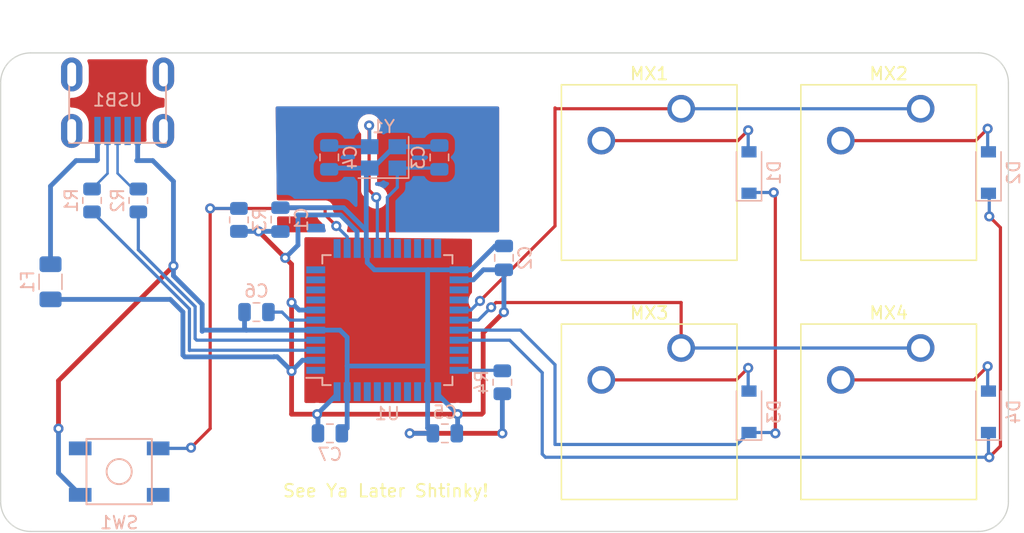
<source format=kicad_pcb>
(kicad_pcb (version 20211014) (generator pcbnew)
  (layers (0 "F.Cu" signal) (31 "B.Cu" signal) (34 "B.Paste" user) (35 "F.Paste" user) (36 "B.SilkS" user "B.Silkscreen") (37 "F.SilkS" user "F.Silkscreen") (38 "B.Mask" user) (39 "F.Mask" user) (44 "Edge.Cuts" user))
  (net 0 "")
  (net 1 "+5V")
  (net 2 "GND")
  (net 3 "Net-(C3-Pad2)")
  (net 4 "Net-(C4-Pad2)")
  (net 5 "Net-(C6-Pad1)")
  (net 6 "ROW0")
  (net 7 "Net-(D1-Pad2)")
  (net 8 "ROW1")
  (net 9 "Net-(D2-Pad2)")
  (net 10 "Net-(D3-Pad2)")
  (net 11 "Net-(D4-Pad2)")
  (net 12 "VCC")
  (net 13 "COL0")
  (net 14 "COL1")
  (net 15 "D-")
  (net 16 "Net-(R1-Pad2)")
  (net 17 "D+")
  (net 18 "Net-(R2-Pad2)")
  (net 19 "Net-(R3-Pad2)")
  (net 20 "Net-(R4-Pad1)")
  (footprint "Button_Switch_Keyboard:SW_Cherry_MX_1.00u_PCB" (layer "F.Cu") (at 100.965 148.9075)
    (fp_text reference "MX4" (at -2.54 -2.794) (layer "F.SilkS"))
    (fp_text value "MX-NoLED")
    (fp_line (start -9.525 12.065) (end -9.525 -1.905) (layer "F.SilkS") (width 0.12))
    (fp_line (start -9.525 -1.905) (end 4.445 -1.905) (layer "F.SilkS") (width 0.12))
    (fp_line (start 4.445 -1.905) (end 4.445 12.065) (layer "F.SilkS") (width 0.12))
    (fp_line (start 4.445 12.065) (end -9.525 12.065) (layer "F.SilkS") (width 0.12))
    (pad "" np_thru_hole circle (at 2.54 5.08) (size 1.7 1.7) (drill 1.7) (layers *.Cu *.Mask))
    (pad "" np_thru_hole circle (at -7.62 5.08) (size 1.7 1.7) (drill 1.7) (layers *.Cu *.Mask))
    (pad "" np_thru_hole circle (at -2.54 5.08) (size 4 4) (drill 4) (layers *.Cu *.Mask))
    (pad "1" thru_hole circle (at 0 0) (size 2.2 2.2) (drill 1.5) (layers *.Cu *.Mask) (net 14 "COL1"))
    (pad "2" thru_hole circle (at -6.35 2.54) (size 2.2 2.2) (drill 1.5) (layers *.Cu *.Mask) (net 11 "Net-(D4-Pad2)"))
  )
  (footprint "Button_Switch_Keyboard:SW_Cherry_MX_1.00u_PCB" (layer "F.Cu") (at 81.915 148.9075)
    (fp_text reference "MX3" (at -2.54 -2.794) (layer "F.SilkS"))
    (fp_text value "MX-NoLED")
    (fp_line (start 4.445 12.065) (end -9.525 12.065) (layer "F.SilkS") (width 0.12))
    (fp_line (start -9.525 -1.905) (end 4.445 -1.905) (layer "F.SilkS") (width 0.12))
    (fp_line (start -9.525 12.065) (end -9.525 -1.905) (layer "F.SilkS") (width 0.12))
    (fp_line (start 4.445 -1.905) (end 4.445 12.065) (layer "F.SilkS") (width 0.12))
    (pad "" np_thru_hole circle (at -7.62 5.08) (size 1.7 1.7) (drill 1.7) (layers *.Cu *.Mask))
    (pad "" np_thru_hole circle (at 2.54 5.08) (size 1.7 1.7) (drill 1.7) (layers *.Cu *.Mask))
    (pad "" np_thru_hole circle (at -2.54 5.08) (size 4 4) (drill 4) (layers *.Cu *.Mask))
    (pad "1" thru_hole circle (at 0 0) (size 2.2 2.2) (drill 1.5) (layers *.Cu *.Mask) (net 14 "COL1"))
    (pad "2" thru_hole circle (at -6.35 2.54) (size 2.2 2.2) (drill 1.5) (layers *.Cu *.Mask) (net 10 "Net-(D3-Pad2)"))
  )
  (footprint "Button_Switch_Keyboard:SW_Cherry_MX_1.00u_PCB" (layer "F.Cu") (at 81.915 129.8575)
    (fp_text reference "MX1" (at -2.54 -2.794) (layer "F.SilkS"))
    (fp_text value "MX-NoLED")
    (fp_line (start -9.525 -1.905) (end 4.445 -1.905) (layer "F.SilkS") (width 0.12))
    (fp_line (start -9.525 12.065) (end -9.525 -1.905) (layer "F.SilkS") (width 0.12))
    (fp_line (start 4.445 -1.905) (end 4.445 12.065) (layer "F.SilkS") (width 0.12))
    (fp_line (start 4.445 12.065) (end -9.525 12.065) (layer "F.SilkS") (width 0.12))
    (pad "" np_thru_hole circle (at 2.54 5.08) (size 1.7 1.7) (drill 1.7) (layers *.Cu *.Mask))
    (pad "" np_thru_hole circle (at -2.54 5.08) (size 4 4) (drill 4) (layers *.Cu *.Mask))
    (pad "" np_thru_hole circle (at -7.62 5.08) (size 1.7 1.7) (drill 1.7) (layers *.Cu *.Mask))
    (pad "1" thru_hole circle (at 0 0) (size 2.2 2.2) (drill 1.5) (layers *.Cu *.Mask) (net 13 "COL0"))
    (pad "2" thru_hole circle (at -6.35 2.54) (size 2.2 2.2) (drill 1.5) (layers *.Cu *.Mask) (net 7 "Net-(D1-Pad2)"))
  )
  (footprint "Button_Switch_Keyboard:SW_Cherry_MX_1.00u_PCB" (layer "F.Cu") (at 100.965 129.8575)
    (fp_text reference "MX2" (at -2.54 -2.794) (layer "F.SilkS"))
    (fp_text value "MX-NoLED")
    (fp_line (start 4.445 -1.905) (end 4.445 12.065) (layer "F.SilkS") (width 0.12))
    (fp_line (start -9.525 12.065) (end -9.525 -1.905) (layer "F.SilkS") (width 0.12))
    (fp_line (start -9.525 -1.905) (end 4.445 -1.905) (layer "F.SilkS") (width 0.12))
    (fp_line (start 4.445 12.065) (end -9.525 12.065) (layer "F.SilkS") (width 0.12))
    (pad "" np_thru_hole circle (at -2.54 5.08) (size 4 4) (drill 4) (layers *.Cu *.Mask))
    (pad "" np_thru_hole circle (at -7.62 5.08) (size 1.7 1.7) (drill 1.7) (layers *.Cu *.Mask))
    (pad "" np_thru_hole circle (at 2.54 5.08) (size 1.7 1.7) (drill 1.7) (layers *.Cu *.Mask))
    (pad "1" thru_hole circle (at 0 0) (size 2.2 2.2) (drill 1.5) (layers *.Cu *.Mask) (net 13 "COL0"))
    (pad "2" thru_hole circle (at -6.35 2.54) (size 2.2 2.2) (drill 1.5) (layers *.Cu *.Mask) (net 9 "Net-(D2-Pad2)"))
  )
  (footprint "random-keyboard-parts:SKQG-1155865" (layer "B.Cu") (at 37.211 158.75 180)
    (fp_text reference "SW1" (at 0 -4.064) (layer "B.SilkS") (effects (justify mirror)))
    (fp_text value "SW_Push")
    (fp_line (start -2.6 2.6) (end 2.6 2.6) (layer "B.SilkS") (width 0.15))
    (fp_line (start 2.6 2.6) (end 2.6 -2.6) (layer "B.SilkS") (width 0.15))
    (fp_line (start -2.6 -2.6) (end -2.6 2.6) (layer "B.SilkS") (width 0.15))
    (fp_line (start 2.6 -2.6) (end -2.6 -2.6) (layer "B.SilkS") (width 0.15))
    (fp_circle (center 0 0) (end 1 0) (layer "B.SilkS") (width 0.15) (fill none))
    (pad "1" smd rect locked (at 3.1 -1.85 180) (size 1.8 1.1) (layers "B.Cu" "B.Paste" "B.Mask") (net 2 "GND"))
    (pad "2" smd rect locked (at -3.1 1.85 180) (size 1.8 1.1) (layers "B.Cu" "B.Paste" "B.Mask") (net 19 "Net-(R3-Pad2)"))
    (pad "3" smd rect locked (at 3.1 1.85 180) (size 1.8 1.1) (layers "B.Cu" "B.Paste" "B.Mask"))
    (pad "4" smd rect locked (at -3.1 -1.85 180) (size 1.8 1.1) (layers "B.Cu" "B.Paste" "B.Mask"))
  )
  (footprint "Resistor_SMD:R_0805_2012Metric" (layer "B.Cu") (at 35.052 137.16 -90)
    (fp_text reference "R1" (at 0 1.65 90) (layer "B.SilkS") (effects (justify mirror)))
    (fp_text value "22")
    (fp_line (start -0.227064 -0.735) (end 0.227064 -0.735) (layer "B.SilkS") (width 0.12))
    (fp_line (start -0.227064 0.735) (end 0.227064 0.735) (layer "B.SilkS") (width 0.12))
    (pad "1" smd roundrect (at -0.9125 0 270) (size 1.025 1.4) (layers "B.Cu" "B.Paste" "B.Mask") (roundrect_rratio 0.243902439) (net 15 "D-"))
    (pad "2" smd roundrect (at 0.9125 0 270) (size 1.025 1.4) (layers "B.Cu" "B.Paste" "B.Mask") (roundrect_rratio 0.243902439) (net 16 "Net-(R1-Pad2)"))
  )
  (footprint "Capacitor_SMD:C_0805_2012Metric" (layer "B.Cu") (at 62.6825 133.731 -90)
    (fp_text reference "C3" (at 0 1.68 90) (layer "B.SilkS") (effects (justify mirror)))
    (fp_text value "22pF")
    (fp_line (start -0.261252 0.735) (end 0.261252 0.735) (layer "B.SilkS") (width 0.12))
    (fp_line (start -0.261252 -0.735) (end 0.261252 -0.735) (layer "B.SilkS") (width 0.12))
    (pad "1" smd roundrect (at -0.95 0 270) (size 1 1.45) (layers "B.Cu" "B.Paste" "B.Mask") (net 2 "GND"))
    (pad "2" smd roundrect (at 0.95 0 270) (size 1 1.45) (layers "B.Cu" "B.Paste" "B.Mask") (net 3 "Net-(C3-Pad2)"))
  )
  (footprint "Capacitor_SMD:C_0805_2012Metric" (layer "B.Cu") (at 53.9195 133.731 90)
    (fp_text reference "C4" (at 0 1.68 90) (layer "B.SilkS") (effects (justify mirror)))
    (fp_text value "22pF")
    (fp_line (start -0.261252 0.735) (end 0.261252 0.735) (layer "B.SilkS") (width 0.12))
    (fp_line (start -0.261252 -0.735) (end 0.261252 -0.735) (layer "B.SilkS") (width 0.12))
    (pad "1" smd roundrect (at -0.95 0 90) (size 1 1.45) (layers "B.Cu" "B.Paste" "B.Mask") (net 2 "GND"))
    (pad "2" smd roundrect (at 0.95 0 90) (size 1 1.45) (layers "B.Cu" "B.Paste" "B.Mask") (net 4 "Net-(C4-Pad2)"))
  )
  (footprint "random-keyboard-parts:Molex-0548190589" (layer "B.Cu") (at 37.084 127.127 -90)
    (fp_text reference "USB1" (at 2.032 0) (layer "B.SilkS") (effects (justify mirror)))
    (fp_text value "Molex-0548190589")
    (fp_line (start 5.45 3.85) (end 5.45 -3.85) (layer "B.SilkS") (width 0.15))
    (fp_line (start 0 -3.85) (end 5.45 -3.85) (layer "B.SilkS") (width 0.15))
    (fp_line (start 0 3.85) (end 5.45 3.85) (layer "B.SilkS") (width 0.15))
    (pad "1" smd rect locked (at 4.5 -1.6 270) (size 2.25 0.5) (layers "B.Cu" "B.Paste" "B.Mask") (net 2 "GND"))
    (pad "2" smd rect locked (at 4.5 -0.8 270) (size 2.25 0.5) (layers "B.Cu" "B.Paste" "B.Mask"))
    (pad "3" smd rect locked (at 4.5 0 270) (size 2.25 0.5) (layers "B.Cu" "B.Paste" "B.Mask") (net 17 "D+"))
    (pad "4" smd rect locked (at 4.5 0.8 270) (size 2.25 0.5) (layers "B.Cu" "B.Paste" "B.Mask") (net 15 "D-"))
    (pad "5" smd rect locked (at 4.5 1.6 270) (size 2.25 0.5) (layers "B.Cu" "B.Paste" "B.Mask") (net 12 "VCC"))
    (pad "6" thru_hole oval locked (at 4.5 -3.65 270) (size 2.7 1.7) (drill oval 1.9 0.7) (layers *.Cu *.Mask))
    (pad "6" thru_hole oval locked (at 0 3.65 270) (size 2.7 1.7) (drill oval 1.9 0.7) (layers *.Cu *.Mask))
    (pad "6" thru_hole oval locked (at 0 -3.65 270) (size 2.7 1.7) (drill oval 1.9 0.7) (layers *.Cu *.Mask))
    (pad "6" thru_hole oval locked (at 4.5 3.65 270) (size 2.7 1.7) (drill oval 1.9 0.7) (layers *.Cu *.Mask))
  )
  (footprint "Capacitor_SMD:C_0805_2012Metric" (layer "B.Cu") (at 48.133 146.05 180)
    (fp_text reference "C6" (at 0 1.68) (layer "B.SilkS") (effects (justify mirror)))
    (fp_text value "1uF")
    (fp_line (start -0.261252 -0.735) (end 0.261252 -0.735) (layer "B.SilkS") (width 0.12))
    (fp_line (start -0.261252 0.735) (end 0.261252 0.735) (layer "B.SilkS") (width 0.12))
    (pad "1" smd roundrect (at -0.95 0 180) (size 1 1.45) (layers "B.Cu" "B.Paste" "B.Mask") (net 5 "Net-(C6-Pad1)"))
    (pad "2" smd roundrect (at 0.95 0 180) (size 1 1.45) (layers "B.Cu" "B.Paste" "B.Mask") (net 2 "GND"))
  )
  (footprint "Resistor_SMD:R_0805_2012Metric" (layer "B.Cu") (at 38.735 137.16 -90)
    (fp_text reference "R2" (at 0 1.65 90) (layer "B.SilkS") (effects (justify mirror)))
    (fp_text value "22")
    (fp_line (start -0.227064 0.735) (end 0.227064 0.735) (layer "B.SilkS") (width 0.12))
    (fp_line (start -0.227064 -0.735) (end 0.227064 -0.735) (layer "B.SilkS") (width 0.12))
    (pad "1" smd roundrect (at -0.9125 0 270) (size 1.025 1.4) (layers "B.Cu" "B.Paste" "B.Mask") (roundrect_rratio 0.243902439) (net 17 "D+"))
    (pad "2" smd roundrect (at 0.9125 0 270) (size 1.025 1.4) (layers "B.Cu" "B.Paste" "B.Mask") (roundrect_rratio 0.243902439) (net 18 "Net-(R2-Pad2)"))
  )
  (footprint "Package_QFP:TQFP-44_10x10mm_P0.8mm" (layer "B.Cu") (at 58.547 146.685)
    (fp_text reference "U1" (at 0 7.45) (layer "B.SilkS") (effects (justify mirror)))
    (fp_text value "ATmega32U4-A")
    (fp_line (start -5.175 4.6) (end -6.45 4.6) (layer "B.SilkS") (width 0.15))
    (fp_line (start -5.175 5.175) (end -5.175 4.6) (layer "B.SilkS") (width 0.15))
    (fp_line (start 5.175 -5.175) (end 5.175 -4.5) (layer "B.SilkS") (width 0.15))
    (fp_line (start -5.175 -5.175) (end -5.175 -4.5) (layer "B.SilkS") (width 0.15))
    (fp_line (start -5.175 -5.175) (end -4.5 -5.175) (layer "B.SilkS") (width 0.15))
    (fp_line (start -5.175 5.175) (end -4.5 5.175) (layer "B.SilkS") (width 0.15))
    (fp_line (start 5.175 5.175) (end 4.5 5.175) (layer "B.SilkS") (width 0.15))
    (fp_line (start 5.175 -5.175) (end 4.5 -5.175) (layer "B.SilkS") (width 0.15))
    (fp_line (start 5.175 5.175) (end 5.175 4.5) (layer "B.SilkS") (width 0.15))
    (pad "1" smd rect (at -5.7 4) (size 1.5 0.55) (layers "B.Cu" "B.Paste" "B.Mask"))
    (pad "2" smd rect (at -5.7 3.2) (size 1.5 0.55) (layers "B.Cu" "B.Paste" "B.Mask") (net 1 "+5V"))
    (pad "3" smd rect (at -5.7 2.4) (size 1.5 0.55) (layers "B.Cu" "B.Paste" "B.Mask") (net 16 "Net-(R1-Pad2)"))
    (pad "4" smd rect (at -5.7 1.6) (size 1.5 0.55) (layers "B.Cu" "B.Paste" "B.Mask") (net 18 "Net-(R2-Pad2)"))
    (pad "5" smd rect (at -5.7 0.8) (size 1.5 0.55) (layers "B.Cu" "B.Paste" "B.Mask") (net 2 "GND"))
    (pad "6" smd rect (at -5.7 0) (size 1.5 0.55) (layers "B.Cu" "B.Paste" "B.Mask") (net 5 "Net-(C6-Pad1)"))
    (pad "7" smd rect (at -5.7 -0.8) (size 1.5 0.55) (layers "B.Cu" "B.Paste" "B.Mask") (net 1 "+5V"))
    (pad "8" smd rect (at -5.7 -1.6) (size 1.5 0.55) (layers "B.Cu" "B.Paste" "B.Mask"))
    (pad "9" smd rect (at -5.7 -2.4) (size 1.5 0.55) (layers "B.Cu" "B.Paste" "B.Mask"))
    (pad "10" smd rect (at -5.7 -3.2) (size 1.5 0.55) (layers "B.Cu" "B.Paste" "B.Mask"))
    (pad "11" smd rect (at -5.7 -4) (size 1.5 0.55) (layers "B.Cu" "B.Paste" "B.Mask"))
    (pad "12" smd rect (at -4 -5.7 270) (size 1.5 0.55) (layers "B.Cu" "B.Paste" "B.Mask"))
    (pad "13" smd rect (at -3.2 -5.7 270) (size 1.5 0.55) (layers "B.Cu" "B.Paste" "B.Mask") (net 19 "Net-(R3-Pad2)"))
    (pad "14" smd rect (at -2.4 -5.7 270) (size 1.5 0.55) (layers "B.Cu" "B.Paste" "B.Mask") (net 1 "+5V"))
    (pad "15" smd rect (at -1.6 -5.7 270) (size 1.5 0.55) (layers "B.Cu" "B.Paste" "B.Mask") (net 2 "GND"))
    (pad "16" smd rect (at -0.8 -5.7 270) (size 1.5 0.55) (layers "B.Cu" "B.Paste" "B.Mask") (net 4 "Net-(C4-Pad2)"))
    (pad "17" smd rect (at 0 -5.7 270) (size 1.5 0.55) (layers "B.Cu" "B.Paste" "B.Mask") (net 3 "Net-(C3-Pad2)"))
    (pad "18" smd rect (at 0.8 -5.7 270) (size 1.5 0.55) (layers "B.Cu" "B.Paste" "B.Mask"))
    (pad "19" smd rect (at 1.6 -5.7 270) (size 1.5 0.55) (layers "B.Cu" "B.Paste" "B.Mask"))
    (pad "20" smd rect (at 2.4 -5.7 270) (size 1.5 0.55) (layers "B.Cu" "B.Paste" "B.Mask"))
    (pad "21" smd rect (at 3.2 -5.7 270) (size 1.5 0.55) (layers "B.Cu" "B.Paste" "B.Mask"))
    (pad "22" smd rect (at 4 -5.7 270) (size 1.5 0.55) (layers "B.Cu" "B.Paste" "B.Mask"))
    (pad "23" smd rect (at 5.7 -4) (size 1.5 0.55) (layers "B.Cu" "B.Paste" "B.Mask") (net 2 "GND"))
    (pad "24" smd rect (at 5.7 -3.2) (size 1.5 0.55) (layers "B.Cu" "B.Paste" "B.Mask") (net 1 "+5V"))
    (pad "25" smd rect (at 5.7 -2.4) (size 1.5 0.55) (layers "B.Cu" "B.Paste" "B.Mask"))
    (pad "26" smd rect (at 5.7 -1.6) (size 1.5 0.55) (layers "B.Cu" "B.Paste" "B.Mask"))
    (pad "27" smd rect (at 5.7 -0.8) (size 1.5 0.55) (layers "B.Cu" "B.Paste" "B.Mask") (net 13 "COL0"))
    (pad "28" smd rect (at 5.7 0) (size 1.5 0.55) (layers "B.Cu" "B.Paste" "B.Mask") (net 14 "COL1"))
    (pad "29" smd rect (at 5.7 0.8) (size 1.5 0.55) (layers "B.Cu" "B.Paste" "B.Mask") (net 6 "ROW0"))
    (pad "30" smd rect (at 5.7 1.6) (size 1.5 0.55) (layers "B.Cu" "B.Paste" "B.Mask") (net 8 "ROW1"))
    (pad "31" smd rect (at 5.7 2.4) (size 1.5 0.55) (layers "B.Cu" "B.Paste" "B.Mask"))
    (pad "32" smd rect (at 5.7 3.2) (size 1.5 0.55) (layers "B.Cu" "B.Paste" "B.Mask"))
    (pad "33" smd rect (at 5.7 4) (size 1.5 0.55) (layers "B.Cu" "B.Paste" "B.Mask") (net 20 "Net-(R4-Pad1)"))
    (pad "34" smd rect (at 4 5.7 270) (size 1.5 0.55) (layers "B.Cu" "B.Paste" "B.Mask") (net 1 "+5V"))
    (pad "35" smd rect (at 3.2 5.7 270) (size 1.5 0.55) (layers "B.Cu" "B.Paste" "B.Mask") (net 2 "GND"))
    (pad "36" smd rect (at 2.4 5.7 270) (size 1.5 0.55) (layers "B.Cu" "B.Paste" "B.Mask"))
    (pad "37" smd rect (at 1.6 5.7 270) (size 1.5 0.55) (layers "B.Cu" "B.Paste" "B.Mask"))
    (pad "38" smd rect (at 0.8 5.7 270) (size 1.5 0.55) (layers "B.Cu" "B.Paste" "B.Mask"))
    (pad "39" smd rect (at 0 5.7 270) (size 1.5 0.55) (layers "B.Cu" "B.Paste" "B.Mask"))
    (pad "40" smd rect (at -0.8 5.7 270) (size 1.5 0.55) (layers "B.Cu" "B.Paste" "B.Mask"))
    (pad "41" smd rect (at -1.6 5.7 270) (size 1.5 0.55) (layers "B.Cu" "B.Paste" "B.Mask"))
    (pad "42" smd rect (at -2.4 5.7 270) (size 1.5 0.55) (layers "B.Cu" "B.Paste" "B.Mask"))
    (pad "43" smd rect (at -3.2 5.7 270) (size 1.5 0.55) (layers "B.Cu" "B.Paste" "B.Mask") (net 2 "GND"))
    (pad "44" smd rect (at -4 5.7 270) (size 1.5 0.55) (layers "B.Cu" "B.Paste" "B.Mask") (net 1 "+5V"))
  )
  (footprint "Capacitor_SMD:C_0805_2012Metric" (layer "B.Cu") (at 50.038 138.684 90)
    (fp_text reference "C1" (at 0 1.68 90) (layer "B.SilkS") (effects (justify mirror)))
    (fp_text value "0.1uF")
    (fp_line (start -0.261252 -0.735) (end 0.261252 -0.735) (layer "B.SilkS") (width 0.12))
    (fp_line (start -0.261252 0.735) (end 0.261252 0.735) (layer "B.SilkS") (width 0.12))
    (pad "1" smd roundrect (at -0.95 0 90) (size 1 1.45) (layers "B.Cu" "B.Paste" "B.Mask") (net 1 "+5V"))
    (pad "2" smd roundrect (at 0.95 0 90) (size 1 1.45) (layers "B.Cu" "B.Paste" "B.Mask") (net 2 "GND"))
  )
  (footprint "Diode_SMD:D_SOD-123" (layer "B.Cu") (at 87.3125 153.9875 90)
    (fp_text reference "D3" (at 0 2 90) (layer "B.SilkS") (effects (justify mirror)))
    (fp_text value "D_Small")
    (fp_line (start -2.25 1) (end 1.65 1) (layer "B.SilkS") (width 0.12))
    (fp_line (start -2.25 1) (end -2.25 -1) (layer "B.SilkS") (width 0.12))
    (fp_line (start -2.25 -1) (end 1.65 -1) (layer "B.SilkS") (width 0.12))
    (pad "1" smd rect (at -1.65 0 90) (size 0.9 1.2) (layers "B.Cu" "B.Paste" "B.Mask") (net 6 "ROW0"))
    (pad "2" smd rect (at 1.65 0 90) (size 0.9 1.2) (layers "B.Cu" "B.Paste" "B.Mask") (net 10 "Net-(D3-Pad2)"))
  )
  (footprint "Diode_SMD:D_SOD-123" (layer "B.Cu") (at 106.3625 134.9375 90)
    (fp_text reference "D2" (at 0 2 90) (layer "B.SilkS") (effects (justify mirror)))
    (fp_text value "D_Small")
    (fp_line (start -2.25 1) (end 1.65 1) (layer "B.SilkS") (width 0.12))
    (fp_line (start -2.25 -1) (end 1.65 -1) (layer "B.SilkS") (width 0.12))
    (fp_line (start -2.25 1) (end -2.25 -1) (layer "B.SilkS") (width 0.12))
    (pad "1" smd rect (at -1.65 0 90) (size 0.9 1.2) (layers "B.Cu" "B.Paste" "B.Mask") (net 8 "ROW1"))
    (pad "2" smd rect (at 1.65 0 90) (size 0.9 1.2) (layers "B.Cu" "B.Paste" "B.Mask") (net 9 "Net-(D2-Pad2)"))
  )
  (footprint "Capacitor_SMD:C_0805_2012Metric" (layer "B.Cu") (at 53.975 155.702)
    (fp_text reference "C7" (at 0 1.68) (layer "B.SilkS") (effects (justify mirror)))
    (fp_text value "10uF")
    (fp_line (start -0.261252 -0.735) (end 0.261252 -0.735) (layer "B.SilkS") (width 0.12))
    (fp_line (start -0.261252 0.735) (end 0.261252 0.735) (layer "B.SilkS") (width 0.12))
    (pad "1" smd roundrect (at -0.95 0) (size 1 1.45) (layers "B.Cu" "B.Paste" "B.Mask") (net 1 "+5V"))
    (pad "2" smd roundrect (at 0.95 0) (size 1 1.45) (layers "B.Cu" "B.Paste" "B.Mask") (net 2 "GND"))
  )
  (footprint "Resistor_SMD:R_0805_2012Metric" (layer "B.Cu") (at 67.691 151.638 -90)
    (fp_text reference "R4" (at 0 1.65 90) (layer "B.SilkS") (effects (justify mirror)))
    (fp_text value "10k")
    (fp_line (start -0.227064 0.735) (end 0.227064 0.735) (layer "B.SilkS") (width 0.12))
    (fp_line (start -0.227064 -0.735) (end 0.227064 -0.735) (layer "B.SilkS") (width 0.12))
    (pad "1" smd roundrect (at -0.9125 0 270) (size 1.025 1.4) (layers "B.Cu" "B.Paste" "B.Mask") (roundrect_rratio 0.243902439) (net 20 "Net-(R4-Pad1)"))
    (pad "2" smd roundrect (at 0.9125 0 270) (size 1.025 1.4) (layers "B.Cu" "B.Paste" "B.Mask") (roundrect_rratio 0.243902439) (net 2 "GND"))
  )
  (footprint "Crystal:Crystal_SMD_3225-4Pin_3.2x2.5mm" (layer "B.Cu") (at 58.2375 133.731 180)
    (fp_text reference "Y1" (at 0 2.45) (layer "B.SilkS") (effects (justify mirror)))
    (fp_text value "16MHz")
    (fp_line (start -2 -1.65) (end 2 -1.65) (layer "B.SilkS") (width 0.12))
    (fp_line (start -2 1.65) (end -2 -1.65) (layer "B.SilkS") (width 0.12))
    (pad "1" smd rect (at -1.1 -0.85 180) (size 1.4 1.2) (layers "B.Cu" "B.Paste" "B.Mask") (net 3 "Net-(C3-Pad2)"))
    (pad "2" smd rect (at 1.1 -0.85 180) (size 1.4 1.2) (layers "B.Cu" "B.Paste" "B.Mask") (net 2 "GND"))
    (pad "3" smd rect (at 1.1 0.85 180) (size 1.4 1.2) (layers "B.Cu" "B.Paste" "B.Mask") (net 4 "Net-(C4-Pad2)"))
    (pad "4" smd rect (at -1.1 0.85 180) (size 1.4 1.2) (layers "B.Cu" "B.Paste" "B.Mask") (net 2 "GND"))
  )
  (footprint "Resistor_SMD:R_0805_2012Metric" (layer "B.Cu") (at 46.736 138.7075 90)
    (fp_text reference "R3" (at 0 1.65 90) (layer "B.SilkS") (effects (justify mirror)))
    (fp_text value "10k")
    (fp_line (start -0.227064 0.735) (end 0.227064 0.735) (layer "B.SilkS") (width 0.12))
    (fp_line (start -0.227064 -0.735) (end 0.227064 -0.735) (layer "B.SilkS") (width 0.12))
    (pad "1" smd roundrect (at -0.9125 0 90) (size 1.025 1.4) (layers "B.Cu" "B.Paste" "B.Mask") (roundrect_rratio 0.243902439) (net 1 "+5V"))
    (pad "2" smd roundrect (at 0.9125 0 90) (size 1.025 1.4) (layers "B.Cu" "B.Paste" "B.Mask") (roundrect_rratio 0.243902439) (net 19 "Net-(R3-Pad2)"))
  )
  (footprint "Capacitor_SMD:C_0805_2012Metric" (layer "B.Cu") (at 63.119 155.702 180)
    (fp_text reference "C5" (at 0 1.68) (layer "B.SilkS") (effects (justify mirror)))
    (fp_text value "0.1uF")
    (fp_line (start -0.261252 -0.735) (end 0.261252 -0.735) (layer "B.SilkS") (width 0.12))
    (fp_line (start -0.261252 0.735) (end 0.261252 0.735) (layer "B.SilkS") (width 0.12))
    (pad "1" smd roundrect (at -0.95 0 180) (size 1 1.45) (layers "B.Cu" "B.Paste" "B.Mask") (net 1 "+5V"))
    (pad "2" smd roundrect (at 0.95 0 180) (size 1 1.45) (layers "B.Cu" "B.Paste" "B.Mask") (net 2 "GND"))
  )
  (footprint "Diode_SMD:D_SOD-123" (layer "B.Cu") (at 106.3625 153.9875 90)
    (fp_text reference "D4" (at 0 2 90) (layer "B.SilkS") (effects (justify mirror)))
    (fp_text value "D_Small")
    (fp_line (start -2.25 -1) (end 1.65 -1) (layer "B.SilkS") (width 0.12))
    (fp_line (start -2.25 1) (end 1.65 1) (layer "B.SilkS") (width 0.12))
    (fp_line (start -2.25 1) (end -2.25 -1) (layer "B.SilkS") (width 0.12))
    (pad "1" smd rect (at -1.65 0 90) (size 0.9 1.2) (layers "B.Cu" "B.Paste" "B.Mask") (net 8 "ROW1"))
    (pad "2" smd rect (at 1.65 0 90) (size 0.9 1.2) (layers "B.Cu" "B.Paste" "B.Mask") (net 11 "Net-(D4-Pad2)"))
  )
  (footprint "Capacitor_SMD:C_0805_2012Metric" (layer "B.Cu") (at 67.818 141.732 90)
    (fp_text reference "C2" (at 0 1.68 90) (layer "B.SilkS") (effects (justify mirror)))
    (fp_text value "0.1uF")
    (fp_line (start -0.261252 0.735) (end 0.261252 0.735) (layer "B.SilkS") (width 0.12))
    (fp_line (start -0.261252 -0.735) (end 0.261252 -0.735) (layer "B.SilkS") (width 0.12))
    (pad "1" smd roundrect (at -0.95 0 90) (size 1 1.45) (layers "B.Cu" "B.Paste" "B.Mask") (net 1 "+5V"))
    (pad "2" smd roundrect (at 0.95 0 90) (size 1 1.45) (layers "B.Cu" "B.Paste" "B.Mask") (net 2 "GND"))
  )
  (footprint "Diode_SMD:D_SOD-123" (layer "B.Cu") (at 87.3125 134.9375 90)
    (fp_text reference "D1" (at 0 2 90) (layer "B.SilkS") (effects (justify mirror)))
    (fp_text value "D_Small")
    (fp_line (start -2.25 1) (end -2.25 -1) (layer "B.SilkS") (width 0.12))
    (fp_line (start -2.25 1) (end 1.65 1) (layer "B.SilkS") (width 0.12))
    (fp_line (start -2.25 -1) (end 1.65 -1) (layer "B.SilkS") (width 0.12))
    (pad "1" smd rect (at -1.65 0 90) (size 0.9 1.2) (layers "B.Cu" "B.Paste" "B.Mask") (net 6 "ROW0"))
    (pad "2" smd rect (at 1.65 0 90) (size 0.9 1.2) (layers "B.Cu" "B.Paste" "B.Mask") (net 7 "Net-(D1-Pad2)"))
  )
  (footprint "Fuse:Fuse_1206_3216Metric" (layer "B.Cu") (at 31.75 143.637 -90)
    (fp_text reference "F1" (at 0 1.82 90) (layer "B.SilkS") (effects (justify mirror)))
    (fp_text value "500mA")
    (fp_line (start -0.602064 -0.91) (end 0.602064 -0.91) (layer "B.SilkS") (width 0.12))
    (fp_line (start -0.602064 0.91) (end 0.602064 0.91) (layer "B.SilkS") (width 0.12))
    (pad "1" smd roundrect (at -1.4 0 270) (size 1.25 1.75) (layers "B.Cu" "B.Paste" "B.Mask") (roundrect_rratio 0.2) (net 12 "VCC"))
    (pad "2" smd roundrect (at 1.4 0 270) (size 1.25 1.75) (layers "B.Cu" "B.Paste" "B.Mask") (roundrect_rratio 0.2) (net 1 "+5V"))
  )
  (gr_line (start 105.56875 125.4125) (end 30.1625 125.4125) (layer "Edge.Cuts") (width 0.1))
  (gr_arc (start 27.78125 127.79375) (mid 28.478702 126.109952) (end 30.1625 125.4125) (layer "Edge.Cuts") (width 0.1))
  (gr_line (start 30.1625 163.5125) (end 105.56875 163.5125) (layer "Edge.Cuts") (width 0.1))
  (gr_line (start 107.95 161.13125) (end 107.95 127.79375) (layer "Edge.Cuts") (width 0.1))
  (gr_arc (start 30.1625 163.5125) (mid 28.478702 162.815048) (end 27.78125 161.13125) (layer "Edge.Cuts") (width 0.1))
  (gr_line (start 27.78125 127.79375) (end 27.78125 161.13125) (layer "Edge.Cuts") (width 0.1))
  (gr_arc (start 107.95 161.13125) (mid 107.252548 162.815048) (end 105.56875 163.5125) (layer "Edge.Cuts") (width 0.1))
  (gr_arc (start 105.56875 125.4125) (mid 107.252548 126.109952) (end 107.95 127.79375) (layer "Edge.Cuts") (width 0.1))
  (gr_text "See Ya Later Shtinky!" (at 58.42 160.274) (layer "F.SilkS") (effects (font (size 1 1))))
  (segment (start 50.419 141.732) (end 50.927 142.24) (width 0.381) (layer "F.Cu") (net 1))
  (segment (start 50.927 150.749) (end 50.927 154.178) (width 0.381) (layer "F.Cu") (net 1))
  (segment (start 52.959 154.178) (end 66.04 154.178) (width 0.381) (layer "F.Cu") (net 1))
  (segment (start 50.927 154.178) (end 52.959 154.178) (width 0.381) (layer "F.Cu") (net 1))
  (segment (start 48.307 139.62) (end 50.419 141.732) (width 0.381) (layer "F.Cu") (net 1))
  (segment (start 66.04 154.178) (end 66.167 154.051) (width 0.381) (layer "F.Cu") (net 1))
  (segment (start 66.167 154.051) (end 66.167 147.701) (width 0.381) (layer "F.Cu") (net 1))
  (segment (start 50.927 142.24) (end 50.927 145.288) (width 0.381) (layer "F.Cu") (net 1))
  (segment (start 50.927 145.288) (end 50.927 150.749) (width 0.381) (layer "F.Cu") (net 1))
  (segment (start 66.167 147.701) (end 67.818 146.05) (width 0.381) (layer "F.Cu") (net 1))
  (via (at 50.927 145.288) (size 0.8) (drill 0.4) (layers "F.Cu" "B.Cu") (net 1))
  (via (at 50.419 141.732) (size 0.8) (drill 0.4) (layers "F.Cu" "B.Cu") (net 1))
  (via (at 48.307 139.62) (size 0.8) (drill 0.4) (layers "F.Cu" "B.Cu") (net 1))
  (via (at 50.927 150.749) (size 0.8) (drill 0.4) (layers "F.Cu" "B.Cu") (net 1))
  (via (at 52.959 154.178) (size 0.8) (drill 0.4) (layers "F.Cu" "B.Cu") (net 1))
  (via (at 67.818 146.05) (size 0.8) (drill 0.4) (layers "F.Cu" "B.Cu") (net 1))
  (via (at 64.135 154.178) (size 0.8) (drill 0.4) (layers "F.Cu" "B.Cu") (net 1))
  (segment (start 64.135 154.178) (end 64.135 155.636) (width 0.381) (layer "B.Cu") (net 1))
  (segment (start 51.435 140.716) (end 50.419 141.732) (width 0.381) (layer "B.Cu") (net 1))
  (segment (start 51.435 138.315) (end 51.435 140.716) (width 0.381) (layer "B.Cu") (net 1))
  (segment (start 64.247 143.485) (end 65.378 143.485) (width 0.381) (layer "B.Cu") (net 1))
  (segment (start 51.524 145.885) (end 50.927 145.288) (width 0.381) (layer "B.Cu") (net 1))
  (segment (start 42.2815 149.4695) (end 42.4275 149.6155) (width 0.381) (layer "B.Cu") (net 1))
  (segment (start 50.024 139.62) (end 50.038 139.634) (width 0.381) (layer "B.Cu") (net 1))
  (segment (start 62.547 152.59) (end 64.135 154.178) (width 0.381) (layer "B.Cu") (net 1))
  (segment (start 51.791 149.885) (end 50.927 150.749) (width 0.381) (layer "B.Cu") (net 1))
  (segment (start 52.847 149.885) (end 51.791 149.885) (width 0.381) (layer "B.Cu") (net 1))
  (segment (start 49.784 149.606) (end 50.927 150.749) (width 0.381) (layer "B.Cu") (net 1))
  (segment (start 66.181 142.682) (end 67.818 142.682) (width 0.381) (layer "B.Cu") (net 1))
  (segment (start 31.75 145.037) (end 41.278 145.037) (width 0.381) (layer "B.Cu") (net 1))
  (segment (start 42.4275 149.6155) (end 49.5205 149.6155) (width 0.381) (layer "B.Cu") (net 1))
  (segment (start 53.025 154.244) (end 52.959 154.178) (width 0.381) (layer "B.Cu") (net 1))
  (segment (start 56.134 140.97) (end 56.134 139.632658) (width 0.381) (layer "B.Cu") (net 1))
  (segment (start 54.547 152.59) (end 52.959 154.178) (width 0.381) (layer "B.Cu") (net 1))
  (segment (start 42.2815 146.0405) (end 42.2815 149.4695) (width 0.381) (layer "B.Cu") (net 1))
  (segment (start 56.147 140.983) (end 56.134 140.97) (width 0.381) (layer "B.Cu") (net 1))
  (segment (start 67.818 146.05) (end 67.818 142.682) (width 0.381) (layer "B.Cu") (net 1))
  (segment (start 41.278 145.037) (end 42.2815 146.0405) (width 0.381) (layer "B.Cu") (net 1))
  (segment (start 56.134 139.632658) (end 54.816342 138.315) (width 0.381) (layer "B.Cu") (net 1))
  (segment (start 52.847 145.885) (end 51.524 145.885) (width 0.381) (layer "B.Cu") (net 1))
  (segment (start 62.547 152.385) (end 62.547 152.59) (width 0.381) (layer "B.Cu") (net 1))
  (segment (start 53.025 155.702) (end 53.025 154.244) (width 0.381) (layer "B.Cu") (net 1))
  (segment (start 54.547 152.385) (end 54.547 152.59) (width 0.381) (layer "B.Cu") (net 1))
  (segment (start 56.147 140.985) (end 56.147 140.983) (width 0.381) (layer "B.Cu") (net 1))
  (segment (start 49.53 149.606) (end 49.784 149.606) (width 0.381) (layer "B.Cu") (net 1))
  (segment (start 49.5205 149.6155) (end 49.53 149.606) (width 0.381) (layer "B.Cu") (net 1))
  (segment (start 46.736 139.62) (end 50.024 139.62) (width 0.381) (layer "B.Cu") (net 1))
  (segment (start 64.135 155.636) (end 64.069 155.702) (width 0.381) (layer "B.Cu") (net 1))
  (segment (start 65.378 143.485) (end 66.181 142.682) (width 0.381) (layer "B.Cu") (net 1))
  (segment (start 54.816342 138.315) (end 51.435 138.315) (width 0.381) (layer "B.Cu") (net 1))
  (segment (start 32.385 155.321) (end 32.385 151.511) (width 0.381) (layer "F.Cu") (net 2))
  (segment (start 67.691 155.702) (end 60.325 155.702) (width 0.381) (layer "F.Cu") (net 2))
  (segment (start 32.385 151.511) (end 41.529 142.367) (width 0.381) (layer "F.Cu") (net 2))
  (via (at 60.325 155.702) (size 0.8) (drill 0.4) (layers "F.Cu" "B.Cu") (net 2))
  (via (at 67.691 155.702) (size 0.8) (drill 0.4) (layers "F.Cu" "B.Cu") (net 2))
  (via (at 32.385 155.321) (size 0.8) (drill 0.4) (layers "F.Cu" "B.Cu") (net 2))
  (via (at 41.529 142.367) (size 0.8) (drill 0.4) (layers "F.Cu" "B.Cu") (net 2))
  (segment (start 61.747 150.343) (end 61.747 142.723) (width 0.381) (layer "B.Cu") (net 2))
  (segment (start 61.785 142.685) (end 64.247 142.685) (width 0.381) (layer "B.Cu") (net 2))
  (segment (start 61.747 152.385) (end 61.747 150.343) (width 0.381) (layer "B.Cu") (net 2))
  (segment (start 43.904 147.485) (end 47.333 147.485) (width 0.381) (layer "B.Cu") (net 2))
  (segment (start 32.385 158.874) (end 32.385 158.75) (width 0.381) (layer "B.Cu") (net 2))
  (segment (start 41.529 142.367) (end 41.529 143.152091) (width 0.381) (layer "B.Cu") (net 2))
  (segment (start 67.691 152.5505) (end 67.691 155.702) (width 0.381) (layer "B.Cu") (net 2))
  (segment (start 57.516 142.685) (end 61.785 142.685) (width 0.381) (layer "B.Cu") (net 2))
  (segment (start 55.347 148.057) (end 54.775 147.485) (width 0.381) (layer "B.Cu") (net 2))
  (segment (start 59.0875 132.881) (end 57.3875 134.581) (width 0.381) (layer "B.Cu") (net 2))
  (segment (start 61.747 142.723) (end 61.785 142.685) (width 0.381) (layer "B.Cu") (net 2))
  (segment (start 54.775 147.485) (end 52.847 147.485) (width 0.381) (layer "B.Cu") (net 2))
  (segment (start 34.111 160.6) (end 32.385 158.874) (width 0.381) (layer "B.Cu") (net 2))
  (segment (start 38.608 133.985) (end 39.878 133.985) (width 0.381) (layer "B.Cu") (net 2))
  (segment (start 54.925 155.702) (end 55.347 155.28) (width 0.381) (layer "B.Cu") (net 2))
  (segment (start 47.183 147.335) (end 47.333 147.485) (width 0.381) (layer "B.Cu") (net 2))
  (segment (start 43.815 147.574) (end 43.904 147.485) (width 0.381) (layer "B.Cu") (net 2))
  (segment (start 55.057 137.734) (end 56.8675 139.5445) (width 0.381) (layer "B.Cu") (net 2))
  (segment (start 57.1375 134.581) (end 56.8675 134.851) (width 0.381) (layer "B.Cu") (net 2))
  (segment (start 56.8675 139.5445) (end 56.8675 140.9055) (width 0.381) (layer "B.Cu") (net 2))
  (segment (start 47.333 147.485) (end 52.847 147.485) (width 0.381) (layer "B.Cu") (net 2))
  (segment (start 56.947 140.985) (end 56.947 142.116) (width 0.381) (layer "B.Cu") (net 2))
  (segment (start 55.347 150.343) (end 61.747 150.343) (width 0.381) (layer "B.Cu") (net 2))
  (segment (start 41.529 143.152091) (end 43.815 145.438091) (width 0.381) (layer "B.Cu") (net 2))
  (segment (start 38.684 131.627) (end 38.684 133.909) (width 0.381) (layer "B.Cu") (net 2))
  (segment (start 38.684 133.909) (end 38.608 133.985) (width 0.381) (layer "B.Cu") (net 2))
  (segment (start 50.038 137.734) (end 55.057 137.734) (width 0.381) (layer "B.Cu") (net 2))
  (segment (start 39.878 133.985) (end 41.529 135.636) (width 0.381) (layer "B.Cu") (net 2))
  (segment (start 32.385 158.75) (end 32.385 155.321) (width 0.381) (layer "B.Cu") (net 2))
  (segment (start 47.183 146.05) (end 47.183 147.335) (width 0.381) (layer "B.Cu") (net 2))
  (segment (start 55.347 152.385) (end 55.347 150.343) (width 0.381) (layer "B.Cu") (net 2))
  (segment (start 59.3375 132.881) (end 62.5825 132.881) (width 0.381) (layer "B.Cu") (net 2))
  (segment (start 55.347 155.28) (end 55.347 152.385) (width 0.381) (layer "B.Cu") (net 2))
  (segment (start 61.747 152.385) (end 61.747 155.28) (width 0.381) (layer "B.Cu") (net 2))
  (segment (start 59.3375 132.881) (end 59.0875 132.881) (width 0.381) (layer "B.Cu") (net 2))
  (segment (start 55.347 150.343) (end 55.347 148.057) (width 0.381) (layer "B.Cu") (net 2))
  (segment (start 61.747 155.28) (end 62.169 155.702) (width 0.381) (layer "B.Cu") (net 2))
  (segment (start 67.117 140.782) (end 65.214 142.685) (width 0.381) (layer "B.Cu") (net 2))
  (segment (start 41.529 135.636) (end 41.529 142.367) (width 0.381) (layer "B.Cu") (net 2))
  (segment (start 57.1375 134.581) (end 54.0195 134.581) (width 0.381) (layer "B.Cu") (net 2))
  (segment (start 56.947 142.116) (end 57.516 142.685) (width 0.381) (layer "B.Cu") (net 2))
  (segment (start 60.325 155.702) (end 62.169 155.702) (width 0.381) (layer "B.Cu") (net 2))
  (segment (start 67.818 140.782) (end 67.117 140.782) (width 0.381) (layer "B.Cu") (net 2))
  (segment (start 43.815 145.438091) (end 43.815 147.574) (width 0.381) (layer "B.Cu") (net 2))
  (segment (start 56.8675 140.9055) (end 56.947 140.985) (width 0.381) (layer "B.Cu") (net 2))
  (segment (start 57.3875 134.581) (end 57.1375 134.581) (width 0.381) (layer "B.Cu") (net 2))
  (segment (start 62.5825 132.881) (end 62.6825 132.781) (width 0.381) (layer "B.Cu") (net 2))
  (segment (start 56.8675 134.851) (end 56.8675 139.5445) (width 0.381) (layer "B.Cu") (net 2))
  (segment (start 54.0195 134.581) (end 53.9195 134.681) (width 0.381) (layer "B.Cu") (net 2))
  (segment (start 65.214 142.685) (end 64.247 142.685) (width 0.381) (layer "B.Cu") (net 2))
  (segment (start 58.547 136.906) (end 59.3375 136.1155) (width 0.254) (layer "B.Cu") (net 3))
  (segment (start 58.547 140.985) (end 58.547 136.906) (width 0.254) (layer "B.Cu") (net 3))
  (segment (start 59.3375 136.1155) (end 59.3375 134.581) (width 0.254) (layer "B.Cu") (net 3))
  (segment (start 62.6825 134.681) (end 62.5825 134.581) (width 0.254) (layer "B.Cu") (net 3))
  (segment (start 62.5825 134.581) (end 59.3375 134.581) (width 0.254) (layer "B.Cu") (net 3))
  (segment (start 57.0945 136.3425) (end 57.658 136.906) (width 0.254) (layer "F.Cu") (net 4))
  (segment (start 57.0945 131.191) (end 57.0945 136.3425) (width 0.254) (layer "F.Cu") (net 4))
  (via (at 57.658 136.906) (size 0.8) (drill 0.4) (layers "F.Cu" "B.Cu") (net 4))
  (via (at 57.0945 131.191) (size 0.8) (drill 0.4) (layers "F.Cu" "B.Cu") (net 4))
  (segment (start 57.1375 131.234) (end 57.0945 131.191) (width 0.254) (layer "B.Cu") (net 4))
  (segment (start 54.0195 132.881) (end 57.1375 132.881) (width 0.254) (layer "B.Cu") (net 4))
  (segment (start 57.747 140.985) (end 57.747 136.995) (width 0.254) (layer "B.Cu") (net 4))
  (segment (start 57.747 136.995) (end 57.658 136.906) (width 0.254) (layer "B.Cu") (net 4))
  (segment (start 57.1375 132.881) (end 57.1375 131.234) (width 0.254) (layer "B.Cu") (net 4))
  (segment (start 53.9195 132.781) (end 54.0195 132.881) (width 0.254) (layer "B.Cu") (net 4))
  (segment (start 50.8 146.685) (end 52.847 146.685) (width 0.254) (layer "B.Cu") (net 5))
  (segment (start 50.165 146.05) (end 50.8 146.685) (width 0.254) (layer "B.Cu") (net 5))
  (segment (start 49.083 146.05) (end 50.165 146.05) (width 0.254) (layer "B.Cu") (net 5))
  (segment (start 89.408 136.652) (end 89.281 136.525) (width 0.254) (layer "F.Cu") (net 6))
  (segment (start 89.408 155.702) (end 89.408 136.652) (width 0.254) (layer "F.Cu") (net 6))
  (via (at 89.408 155.702) (size 0.8) (drill 0.4) (layers "F.Cu" "B.Cu") (net 6))
  (via (at 89.281 136.525) (size 0.8) (drill 0.4) (layers "F.Cu" "B.Cu") (net 6))
  (segment (start 86.359 156.591) (end 87.3125 155.6375) (width 0.254) (layer "B.Cu") (net 6))
  (segment (start 89.3435 155.6375) (end 89.408 155.702) (width 0.254) (layer "B.Cu") (net 6))
  (segment (start 87.375 136.525) (end 87.3125 136.5875) (width 0.254) (layer "B.Cu") (net 6))
  (segment (start 71.882 156.591) (end 86.359 156.591) (width 0.254) (layer "B.Cu") (net 6))
  (segment (start 64.247 147.485) (end 69.126 147.485) (width 0.254) (layer "B.Cu") (net 6))
  (segment (start 89.281 136.525) (end 87.375 136.525) (width 0.254) (layer "B.Cu") (net 6))
  (segment (start 71.882 150.241) (end 71.882 156.591) (width 0.254) (layer "B.Cu") (net 6))
  (segment (start 87.3125 155.6375) (end 89.3435 155.6375) (width 0.254) (layer "B.Cu") (net 6))
  (segment (start 69.126 147.485) (end 71.882 150.241) (width 0.254) (layer "B.Cu") (net 6))
  (segment (start 75.565 132.3975) (end 86.4235 132.3975) (width 0.254) (layer "F.Cu") (net 7))
  (segment (start 86.4235 132.3975) (end 87.249 131.572) (width 0.254) (layer "F.Cu") (net 7))
  (via (at 87.249 131.572) (size 0.8) (drill 0.4) (layers "F.Cu" "B.Cu") (net 7))
  (segment (start 87.249 131.572) (end 87.249 133.224) (width 0.254) (layer "B.Cu") (net 7))
  (segment (start 87.249 133.224) (end 87.3125 133.2875) (width 0.254) (layer "B.Cu") (net 7))
  (segment (start 107.315 156.718) (end 107.315 139.319) (width 0.254) (layer "F.Cu") (net 8))
  (segment (start 106.426 157.607) (end 107.315 156.718) (width 0.254) (layer "F.Cu") (net 8))
  (segment (start 107.315 139.319) (end 106.426 138.43) (width 0.254) (layer "F.Cu") (net 8))
  (via (at 106.426 157.607) (size 0.8) (drill 0.4) (layers "F.Cu" "B.Cu") (net 8))
  (via (at 106.426 138.43) (size 0.8) (drill 0.4) (layers "F.Cu" "B.Cu") (net 8))
  (segment (start 68.275 148.285) (end 70.866 150.876) (width 0.254) (layer "B.Cu") (net 8))
  (segment (start 64.247 148.285) (end 68.275 148.285) (width 0.254) (layer "B.Cu") (net 8))
  (segment (start 70.866 150.876) (end 70.866 157.353) (width 0.254) (layer "B.Cu") (net 8))
  (segment (start 71.12 157.607) (end 106.426 157.607) (width 0.254) (layer "B.Cu") (net 8))
  (segment (start 106.426 138.43) (end 106.426 136.651) (width 0.254) (layer "B.Cu") (net 8))
  (segment (start 106.3625 157.5435) (end 106.426 157.607) (width 0.254) (layer "B.Cu") (net 8))
  (segment (start 70.866 157.353) (end 71.12 157.607) (width 0.254) (layer "B.Cu") (net 8))
  (segment (start 106.426 136.651) (end 106.3625 136.5875) (width 0.254) (layer "B.Cu") (net 8))
  (segment (start 106.3625 155.6375) (end 106.3625 157.5435) (width 0.254) (layer "B.Cu") (net 8))
  (segment (start 105.3465 132.3975) (end 106.299 131.445) (width 0.254) (layer "F.Cu") (net 9))
  (segment (start 94.615 132.3975) (end 105.3465 132.3975) (width 0.254) (layer "F.Cu") (net 9))
  (via (at 106.299 131.445) (size 0.8) (drill 0.4) (layers "F.Cu" "B.Cu") (net 9))
  (segment (start 106.299 133.224) (end 106.3625 133.2875) (width 0.254) (layer "B.Cu") (net 9))
  (segment (start 106.299 131.445) (end 106.299 133.224) (width 0.254) (layer "B.Cu") (net 9))
  (segment (start 75.565 151.4475) (end 86.2965 151.4475) (width 0.254) (layer "F.Cu") (net 10))
  (segment (start 86.2965 151.4475) (end 87.249 150.495) (width 0.254) (layer "F.Cu") (net 10))
  (via (at 87.249 150.495) (size 0.8) (drill 0.4) (layers "F.Cu" "B.Cu") (net 10))
  (segment (start 87.249 152.274) (end 87.3125 152.3375) (width 0.254) (layer "B.Cu") (net 10))
  (segment (start 87.249 150.495) (end 87.249 152.274) (width 0.254) (layer "B.Cu") (net 10))
  (segment (start 94.615 151.4475) (end 105.2195 151.4475) (width 0.254) (layer "F.Cu") (net 11))
  (segment (start 105.2195 151.4475) (end 106.299 150.368) (width 0.254) (layer "F.Cu") (net 11))
  (via (at 106.299 150.368) (size 0.8) (drill 0.4) (layers "F.Cu" "B.Cu") (net 11))
  (segment (start 106.299 152.274) (end 106.3625 152.3375) (width 0.254) (layer "B.Cu") (net 11))
  (segment (start 106.299 150.368) (end 106.299 152.274) (width 0.254) (layer "B.Cu") (net 11))
  (segment (start 35.484 133.934) (end 35.433 133.985) (width 0.381) (layer "B.Cu") (net 12))
  (segment (start 31.75 136.017) (end 31.75 142.237) (width 0.381) (layer "B.Cu") (net 12))
  (segment (start 33.782 133.985) (end 31.75 136.017) (width 0.381) (layer "B.Cu") (net 12))
  (segment (start 35.484 131.627) (end 35.484 133.934) (width 0.381) (layer "B.Cu") (net 12))
  (segment (start 35.433 133.985) (end 33.782 133.985) (width 0.381) (layer "B.Cu") (net 12))
  (segment (start 71.882 129.794) (end 71.9455 129.8575) (width 0.254) (layer "F.Cu") (net 13))
  (segment (start 71.882 139.192) (end 71.882 129.794) (width 0.254) (layer "F.Cu") (net 13))
  (segment (start 65.913 145.161) (end 71.882 139.192) (width 0.254) (layer "F.Cu") (net 13))
  (segment (start 71.9455 129.8575) (end 81.915 129.8575) (width 0.254) (layer "F.Cu") (net 13))
  (via (at 65.913 145.161) (size 0.8) (drill 0.4) (layers "F.Cu" "B.Cu") (net 13))
  (segment (start 65.189 145.885) (end 65.913 145.161) (width 0.254) (layer "B.Cu") (net 13))
  (segment (start 81.915 129.8575) (end 100.965 129.8575) (width 0.254) (layer "B.Cu") (net 13))
  (segment (start 64.247 145.885) (end 65.189 145.885) (width 0.254) (layer "B.Cu") (net 13))
  (segment (start 67.183 145.288) (end 81.915 145.288) (width 0.254) (layer "F.Cu") (net 14))
  (segment (start 66.802 145.669) (end 67.183 145.288) (width 0.254) (layer "F.Cu") (net 14))
  (segment (start 81.915 145.288) (end 81.915 148.9075) (width 0.254) (layer "F.Cu") (net 14))
  (via (at 66.802 145.669) (size 0.8) (drill 0.4) (layers "F.Cu" "B.Cu") (net 14))
  (segment (start 65.786 146.685) (end 66.802 145.669) (width 0.254) (layer "B.Cu") (net 14))
  (segment (start 64.247 146.685) (end 65.786 146.685) (width 0.254) (layer "B.Cu") (net 14))
  (segment (start 81.915 148.9075) (end 100.965 148.9075) (width 0.254) (layer "B.Cu") (net 14))
  (segment (start 36.284 135.0155) (end 35.052 136.2475) (width 0.2) (layer "B.Cu") (net 15))
  (segment (start 36.284 131.627) (end 36.284 135.0155) (width 0.2) (layer "B.Cu") (net 15))
  (segment (start 42.812 149.085) (end 52.847 149.085) (width 0.254) (layer "B.Cu") (net 16))
  (segment (start 35.0755 138.0725) (end 42.799 145.796) (width 0.254) (layer "B.Cu") (net 16))
  (segment (start 35.052 138.0725) (end 35.0755 138.0725) (width 0.254) (layer "B.Cu") (net 16))
  (segment (start 42.799 145.796) (end 42.799 149.098) (width 0.254) (layer "B.Cu") (net 16))
  (segment (start 42.799 149.098) (end 42.812 149.085) (width 0.254) (layer "B.Cu") (net 16))
  (segment (start 38.3305 136.2475) (end 38.735 136.2475) (width 0.2) (layer "B.Cu") (net 17))
  (segment (start 37.084 135.001) (end 38.3305 136.2475) (width 0.2) (layer "B.Cu") (net 17))
  (segment (start 37.084 131.627) (end 37.084 135.001) (width 0.2) (layer "B.Cu") (net 17))
  (segment (start 38.735 141.089948) (end 43.253 145.607947) (width 0.254) (layer "B.Cu") (net 18))
  (segment (start 43.253 145.607947) (end 43.253 148.155) (width 0.254) (layer "B.Cu") (net 18))
  (segment (start 43.383 148.285) (end 52.847 148.285) (width 0.254) (layer "B.Cu") (net 18))
  (segment (start 38.735 138.0725) (end 38.735 141.089948) (width 0.254) (layer "B.Cu") (net 18))
  (segment (start 43.253 148.155) (end 43.383 148.285) (width 0.254) (layer "B.Cu") (net 18))
  (segment (start 53.594 138.303) (end 53.594 137.795) (width 0.254) (layer "F.Cu") (net 19))
  (segment (start 44.45 137.795) (end 44.45 155.321) (width 0.254) (layer "F.Cu") (net 19))
  (segment (start 44.45 155.321) (end 42.926 156.845) (width 0.254) (layer "F.Cu") (net 19))
  (segment (start 44.45 137.795) (end 53.594 137.795) (width 0.254) (layer "F.Cu") (net 19))
  (segment (start 54.483 139.192) (end 53.594 138.303) (width 0.254) (layer "F.Cu") (net 19))
  (via (at 44.45 137.795) (size 0.8) (drill 0.4) (layers "F.Cu" "B.Cu") (net 19))
  (via (at 42.926 156.845) (size 0.8) (drill 0.4) (layers "F.Cu" "B.Cu") (net 19))
  (via (at 54.483 139.192) (size 0.8) (drill 0.4) (layers "F.Cu" "B.Cu") (net 19))
  (segment (start 55.347 140.985) (end 55.347 140.056) (width 0.254) (layer "B.Cu") (net 19))
  (segment (start 55.347 140.056) (end 54.483 139.192) (width 0.254) (layer "B.Cu") (net 19))
  (segment (start 46.736 137.795) (end 44.45 137.795) (width 0.254) (layer "B.Cu") (net 19))
  (segment (start 42.926 156.845) (end 42.871 156.9) (width 0.254) (layer "B.Cu") (net 19))
  (segment (start 42.871 156.9) (end 40.311 156.9) (width 0.254) (layer "B.Cu") (net 19))
  (segment (start 67.6505 150.685) (end 64.247 150.685) (width 0.254) (layer "B.Cu") (net 20))
  (segment (start 67.691 150.7255) (end 67.6505 150.685) (width 0.254) (layer "B.Cu") (net 20))
  (zone (net 0) (net_name "") (layer "F.Cu") (connect_pads (clearance 0.508)) (min_thickness 0.254) (fill yes (thermal_gap 0.508) (thermal_bridge_width 0.508))
    (polygon (pts (xy 65.278 140.208) (xy 65.278 153.289) (xy 51.943 153.289) (xy 51.943 140.081)))
  )
  (zone (net 0) (net_name "") (layer "F.Cu") (connect_pads (clearance 0.508)) (min_thickness 0.254) (fill yes (thermal_gap 0.508) (thermal_bridge_width 0.508))
    (polygon (pts (xy 40.767 132.461) (xy 33.401 132.588) (xy 33.147 125.476) (xy 40.894 125.476)))
  )
  (zone (net 0) (net_name "") (layers F&B.Cu) (connect_pads (clearance 0.508)) (min_thickness 0.254) (fill yes (thermal_gap 0.508) (thermal_bridge_width 0.508))
    (polygon (pts (xy 67.437 139.7) (xy 49.784 139.7) (xy 49.657 129.667) (xy 67.437 129.667)))
  )
)
</source>
